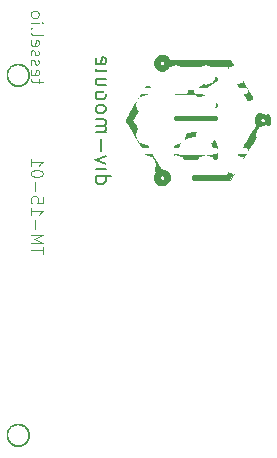
<source format=gbr>
%FSLAX46Y46*%
G04 Gerber Fmt 4.6, Leading zero omitted, Abs format (unit mm)*
G04 Created by KiCad (PCBNEW (2014-08-29 BZR 5106)-product) date Fri 17 Oct 2014 03:49:03 PM PDT*
%MOMM*%
G01*
G04 APERTURE LIST*
%ADD10C,0.100000*%
%ADD11C,0.177800*%
%ADD12C,0.406400*%
%ADD13C,0.101600*%
%ADD14C,0.150000*%
%ADD15C,1.676400*%
%ADD16R,2.184400X2.184400*%
%ADD17O,2.184400X2.184400*%
%ADD18C,0.254000*%
G04 APERTURE END LIST*
D10*
D11*
X110042476Y-102537381D02*
X111312476Y-102537381D01*
X110102952Y-102537381D02*
X110042476Y-102658334D01*
X110042476Y-102900238D01*
X110102952Y-103021191D01*
X110163429Y-103081667D01*
X110284381Y-103142143D01*
X110647238Y-103142143D01*
X110768190Y-103081667D01*
X110828667Y-103021191D01*
X110889143Y-102900238D01*
X110889143Y-102658334D01*
X110828667Y-102537381D01*
X110042476Y-101932619D02*
X110889143Y-101932619D01*
X111312476Y-101932619D02*
X111252000Y-101993095D01*
X111191524Y-101932619D01*
X111252000Y-101872143D01*
X111312476Y-101932619D01*
X111191524Y-101932619D01*
X110889143Y-101448809D02*
X110042476Y-101146428D01*
X110889143Y-100844048D02*
X110042476Y-101146428D01*
X109740095Y-101267381D01*
X109679619Y-101327857D01*
X109619143Y-101448809D01*
X110526286Y-100360238D02*
X110526286Y-99392619D01*
X110042476Y-98787857D02*
X110889143Y-98787857D01*
X110768190Y-98787857D02*
X110828667Y-98727381D01*
X110889143Y-98606428D01*
X110889143Y-98425000D01*
X110828667Y-98304048D01*
X110707714Y-98243571D01*
X110042476Y-98243571D01*
X110707714Y-98243571D02*
X110828667Y-98183095D01*
X110889143Y-98062143D01*
X110889143Y-97880714D01*
X110828667Y-97759762D01*
X110707714Y-97699286D01*
X110042476Y-97699286D01*
X110042476Y-96913095D02*
X110102952Y-97034048D01*
X110163429Y-97094524D01*
X110284381Y-97155000D01*
X110647238Y-97155000D01*
X110768190Y-97094524D01*
X110828667Y-97034048D01*
X110889143Y-96913095D01*
X110889143Y-96731667D01*
X110828667Y-96610715D01*
X110768190Y-96550238D01*
X110647238Y-96489762D01*
X110284381Y-96489762D01*
X110163429Y-96550238D01*
X110102952Y-96610715D01*
X110042476Y-96731667D01*
X110042476Y-96913095D01*
X110042476Y-95401190D02*
X111312476Y-95401190D01*
X110102952Y-95401190D02*
X110042476Y-95522143D01*
X110042476Y-95764047D01*
X110102952Y-95885000D01*
X110163429Y-95945476D01*
X110284381Y-96005952D01*
X110647238Y-96005952D01*
X110768190Y-95945476D01*
X110828667Y-95885000D01*
X110889143Y-95764047D01*
X110889143Y-95522143D01*
X110828667Y-95401190D01*
X110889143Y-94252142D02*
X110042476Y-94252142D01*
X110889143Y-94796428D02*
X110223905Y-94796428D01*
X110102952Y-94735952D01*
X110042476Y-94614999D01*
X110042476Y-94433571D01*
X110102952Y-94312619D01*
X110163429Y-94252142D01*
X110042476Y-93465951D02*
X110102952Y-93586904D01*
X110223905Y-93647380D01*
X111312476Y-93647380D01*
X110102952Y-92498333D02*
X110042476Y-92619285D01*
X110042476Y-92861190D01*
X110102952Y-92982142D01*
X110223905Y-93042618D01*
X110707714Y-93042618D01*
X110828667Y-92982142D01*
X110889143Y-92861190D01*
X110889143Y-92619285D01*
X110828667Y-92498333D01*
X110707714Y-92437856D01*
X110586762Y-92437856D01*
X110465810Y-93042618D01*
D12*
X116870238Y-100856143D02*
X120172238Y-100856143D01*
X120172238Y-100069952D01*
X120015000Y-99598238D01*
X119700524Y-99283762D01*
X119386048Y-99126523D01*
X118757095Y-98969285D01*
X118285381Y-98969285D01*
X117656429Y-99126523D01*
X117341952Y-99283762D01*
X117027476Y-99598238D01*
X116870238Y-100069952D01*
X116870238Y-100856143D01*
X116870238Y-97554143D02*
X120172238Y-97554143D01*
X118442619Y-95352809D02*
X116870238Y-95352809D01*
X120172238Y-96453476D02*
X118442619Y-95352809D01*
X120172238Y-94252142D01*
D13*
X105585381Y-109062762D02*
X105585381Y-108482191D01*
X104569381Y-108772476D02*
X105585381Y-108772476D01*
X104569381Y-108143524D02*
X105585381Y-108143524D01*
X104859667Y-107804858D01*
X105585381Y-107466191D01*
X104569381Y-107466191D01*
X104956429Y-106982381D02*
X104956429Y-106208286D01*
X104569381Y-105192286D02*
X104569381Y-105772857D01*
X104569381Y-105482571D02*
X105585381Y-105482571D01*
X105440238Y-105579333D01*
X105343476Y-105676095D01*
X105295095Y-105772857D01*
X105585381Y-104273048D02*
X105585381Y-104756857D01*
X105101571Y-104805238D01*
X105149952Y-104756857D01*
X105198333Y-104660095D01*
X105198333Y-104418191D01*
X105149952Y-104321429D01*
X105101571Y-104273048D01*
X105004810Y-104224667D01*
X104762905Y-104224667D01*
X104666143Y-104273048D01*
X104617762Y-104321429D01*
X104569381Y-104418191D01*
X104569381Y-104660095D01*
X104617762Y-104756857D01*
X104666143Y-104805238D01*
X104956429Y-103789238D02*
X104956429Y-103015143D01*
X105585381Y-102337809D02*
X105585381Y-102241048D01*
X105537000Y-102144286D01*
X105488619Y-102095905D01*
X105391857Y-102047524D01*
X105198333Y-101999143D01*
X104956429Y-101999143D01*
X104762905Y-102047524D01*
X104666143Y-102095905D01*
X104617762Y-102144286D01*
X104569381Y-102241048D01*
X104569381Y-102337809D01*
X104617762Y-102434571D01*
X104666143Y-102482952D01*
X104762905Y-102531333D01*
X104956429Y-102579714D01*
X105198333Y-102579714D01*
X105391857Y-102531333D01*
X105488619Y-102482952D01*
X105537000Y-102434571D01*
X105585381Y-102337809D01*
X104569381Y-101031524D02*
X104569381Y-101612095D01*
X104569381Y-101321809D02*
X105585381Y-101321809D01*
X105440238Y-101418571D01*
X105343476Y-101515333D01*
X105295095Y-101612095D01*
X105246714Y-94645238D02*
X105246714Y-94258190D01*
X105585381Y-94500095D02*
X104714524Y-94500095D01*
X104617762Y-94451714D01*
X104569381Y-94354952D01*
X104569381Y-94258190D01*
X104617762Y-93532477D02*
X104569381Y-93629239D01*
X104569381Y-93822762D01*
X104617762Y-93919524D01*
X104714524Y-93967905D01*
X105101571Y-93967905D01*
X105198333Y-93919524D01*
X105246714Y-93822762D01*
X105246714Y-93629239D01*
X105198333Y-93532477D01*
X105101571Y-93484096D01*
X105004810Y-93484096D01*
X104908048Y-93967905D01*
X104617762Y-93097048D02*
X104569381Y-93000286D01*
X104569381Y-92806762D01*
X104617762Y-92710001D01*
X104714524Y-92661620D01*
X104762905Y-92661620D01*
X104859667Y-92710001D01*
X104908048Y-92806762D01*
X104908048Y-92951905D01*
X104956429Y-93048667D01*
X105053190Y-93097048D01*
X105101571Y-93097048D01*
X105198333Y-93048667D01*
X105246714Y-92951905D01*
X105246714Y-92806762D01*
X105198333Y-92710001D01*
X104617762Y-92274572D02*
X104569381Y-92177810D01*
X104569381Y-91984286D01*
X104617762Y-91887525D01*
X104714524Y-91839144D01*
X104762905Y-91839144D01*
X104859667Y-91887525D01*
X104908048Y-91984286D01*
X104908048Y-92129429D01*
X104956429Y-92226191D01*
X105053190Y-92274572D01*
X105101571Y-92274572D01*
X105198333Y-92226191D01*
X105246714Y-92129429D01*
X105246714Y-91984286D01*
X105198333Y-91887525D01*
X104617762Y-91016668D02*
X104569381Y-91113430D01*
X104569381Y-91306953D01*
X104617762Y-91403715D01*
X104714524Y-91452096D01*
X105101571Y-91452096D01*
X105198333Y-91403715D01*
X105246714Y-91306953D01*
X105246714Y-91113430D01*
X105198333Y-91016668D01*
X105101571Y-90968287D01*
X105004810Y-90968287D01*
X104908048Y-91452096D01*
X104569381Y-90387715D02*
X104617762Y-90484477D01*
X104714524Y-90532858D01*
X105585381Y-90532858D01*
X104666143Y-90000668D02*
X104617762Y-89952287D01*
X104569381Y-90000668D01*
X104617762Y-90049049D01*
X104666143Y-90000668D01*
X104569381Y-90000668D01*
X104569381Y-89516858D02*
X105246714Y-89516858D01*
X105585381Y-89516858D02*
X105537000Y-89565239D01*
X105488619Y-89516858D01*
X105537000Y-89468477D01*
X105585381Y-89516858D01*
X105488619Y-89516858D01*
X104569381Y-88887905D02*
X104617762Y-88984667D01*
X104666143Y-89033048D01*
X104762905Y-89081429D01*
X105053190Y-89081429D01*
X105149952Y-89033048D01*
X105198333Y-88984667D01*
X105246714Y-88887905D01*
X105246714Y-88742763D01*
X105198333Y-88646001D01*
X105149952Y-88597620D01*
X105053190Y-88549239D01*
X104762905Y-88549239D01*
X104666143Y-88597620D01*
X104617762Y-88646001D01*
X104569381Y-88742763D01*
X104569381Y-88887905D01*
D14*
X104420810Y-124460000D02*
G75*
G03X104420810Y-124460000I-915810J0D01*
G74*
G01*
X104420810Y-93980000D02*
G75*
G03X104420810Y-93980000I-915810J0D01*
G74*
G01*
D10*
G36*
X115655495Y-103295043D02*
X115576285Y-103290745D01*
X115509506Y-103280005D01*
X115500150Y-103277552D01*
X115379196Y-103230634D01*
X115270649Y-103162495D01*
X115176662Y-103075153D01*
X115099384Y-102970627D01*
X115040967Y-102850931D01*
X115038657Y-102844791D01*
X115027062Y-102809430D01*
X115668039Y-102809430D01*
X115741080Y-102799144D01*
X115799818Y-102769772D01*
X115841861Y-102723545D01*
X115864819Y-102662694D01*
X115868450Y-102622350D01*
X115857268Y-102554391D01*
X115825521Y-102499175D01*
X115775907Y-102459248D01*
X115711125Y-102437158D01*
X115668375Y-102433524D01*
X115605375Y-102445082D01*
X115550798Y-102477138D01*
X115509213Y-102525088D01*
X115485188Y-102584323D01*
X115481100Y-102622350D01*
X115492687Y-102685141D01*
X115509675Y-102717729D01*
X115552575Y-102768903D01*
X115599151Y-102798228D01*
X115655356Y-102809151D01*
X115668039Y-102809430D01*
X115027062Y-102809430D01*
X115023318Y-102798014D01*
X115013801Y-102752415D01*
X115008821Y-102699190D01*
X115007090Y-102629534D01*
X115007085Y-102628700D01*
X115012392Y-102517610D01*
X115031375Y-102421063D01*
X115066320Y-102330897D01*
X115113772Y-102247737D01*
X115139322Y-102206890D01*
X115152110Y-102181207D01*
X115153913Y-102165022D01*
X115146506Y-102152670D01*
X115144284Y-102150368D01*
X115136460Y-102140612D01*
X115123485Y-102121642D01*
X115104942Y-102092746D01*
X115080415Y-102053209D01*
X115049485Y-102002320D01*
X115011737Y-101939364D01*
X114966752Y-101863628D01*
X114914115Y-101774399D01*
X114853407Y-101670965D01*
X114784212Y-101552610D01*
X114706114Y-101418624D01*
X114618694Y-101268291D01*
X114521537Y-101100899D01*
X114414224Y-100915735D01*
X114296339Y-100712085D01*
X114167465Y-100489237D01*
X114027185Y-100246476D01*
X113875082Y-99983090D01*
X113716125Y-99707700D01*
X113601396Y-99508936D01*
X113489750Y-99315605D01*
X113381883Y-99128904D01*
X113278487Y-98950028D01*
X113180255Y-98780175D01*
X113087881Y-98620541D01*
X113002058Y-98472322D01*
X112923479Y-98336716D01*
X112852838Y-98214917D01*
X112790828Y-98108124D01*
X112738141Y-98017532D01*
X112695473Y-97944338D01*
X112663515Y-97889739D01*
X112642961Y-97854931D01*
X112634973Y-97841797D01*
X112609106Y-97797212D01*
X112599940Y-97763976D01*
X112606729Y-97734981D01*
X112621383Y-97712337D01*
X112630567Y-97697669D01*
X112651630Y-97662360D01*
X112683779Y-97607779D01*
X112726216Y-97535295D01*
X112778147Y-97446278D01*
X112838775Y-97342098D01*
X112907306Y-97224124D01*
X112982944Y-97093725D01*
X113064892Y-96952271D01*
X113152355Y-96801131D01*
X113244539Y-96641676D01*
X113340646Y-96475274D01*
X113424313Y-96330286D01*
X113523236Y-96158927D01*
X113619016Y-95993274D01*
X113710847Y-95834705D01*
X113797926Y-95684597D01*
X113879449Y-95544330D01*
X113954610Y-95415280D01*
X114022605Y-95298826D01*
X114082630Y-95196347D01*
X114133881Y-95109219D01*
X114175552Y-95038821D01*
X114206840Y-94986531D01*
X114226941Y-94953727D01*
X114234578Y-94942254D01*
X114291855Y-94891818D01*
X114357405Y-94863383D01*
X114426712Y-94857159D01*
X114495263Y-94873355D01*
X114558544Y-94912181D01*
X114574055Y-94926485D01*
X114621472Y-94989964D01*
X114644859Y-95060730D01*
X114643699Y-95137057D01*
X114641089Y-95150169D01*
X114633134Y-95168386D01*
X114613072Y-95207335D01*
X114581584Y-95265806D01*
X114539355Y-95342586D01*
X114487067Y-95436464D01*
X114425404Y-95546228D01*
X114355047Y-95670667D01*
X114276682Y-95808570D01*
X114190990Y-95958724D01*
X114098654Y-96119918D01*
X114000358Y-96290941D01*
X113896785Y-96470581D01*
X113892188Y-96478541D01*
X113794686Y-96647628D01*
X113701311Y-96810056D01*
X113612820Y-96964483D01*
X113529971Y-97109566D01*
X113453520Y-97243965D01*
X113384224Y-97366337D01*
X113322840Y-97475341D01*
X113270125Y-97569635D01*
X113226837Y-97647877D01*
X113193731Y-97708726D01*
X113171565Y-97750838D01*
X113161097Y-97772874D01*
X113160357Y-97775779D01*
X113167216Y-97788903D01*
X113186012Y-97822634D01*
X113215951Y-97875596D01*
X113256242Y-97946417D01*
X113306092Y-98033722D01*
X113364708Y-98136137D01*
X113431297Y-98252288D01*
X113505068Y-98380802D01*
X113585228Y-98520304D01*
X113670983Y-98669420D01*
X113761542Y-98826777D01*
X113856112Y-98991000D01*
X113953900Y-99160715D01*
X114054114Y-99334548D01*
X114155961Y-99511126D01*
X114258649Y-99689074D01*
X114361385Y-99867019D01*
X114463376Y-100043586D01*
X114563830Y-100217401D01*
X114661954Y-100387091D01*
X114756957Y-100551281D01*
X114848044Y-100708598D01*
X114934424Y-100857667D01*
X115015305Y-100997114D01*
X115089892Y-101125566D01*
X115157395Y-101241648D01*
X115217020Y-101343987D01*
X115267975Y-101431208D01*
X115309467Y-101501938D01*
X115322349Y-101523800D01*
X115373351Y-101610745D01*
X115420529Y-101692175D01*
X115462210Y-101765124D01*
X115496723Y-101826627D01*
X115522395Y-101873720D01*
X115537552Y-101903435D01*
X115540652Y-101910809D01*
X115552840Y-101948569D01*
X115653495Y-101945165D01*
X115780928Y-101953003D01*
X115901790Y-101984078D01*
X116013583Y-102036557D01*
X116113807Y-102108605D01*
X116199963Y-102198388D01*
X116269550Y-102304071D01*
X116320069Y-102423821D01*
X116324223Y-102437330D01*
X116337482Y-102504327D01*
X116343739Y-102585742D01*
X116342995Y-102671577D01*
X116335249Y-102751832D01*
X116324228Y-102804545D01*
X116276808Y-102925926D01*
X116208361Y-103034585D01*
X116120950Y-103128380D01*
X116016640Y-103205169D01*
X115897496Y-103262811D01*
X115874800Y-103270931D01*
X115814044Y-103284972D01*
X115737845Y-103293064D01*
X115655495Y-103295043D01*
X115655495Y-103295043D01*
X115655495Y-103295043D01*
G37*
X115655495Y-103295043D02*
X115576285Y-103290745D01*
X115509506Y-103280005D01*
X115500150Y-103277552D01*
X115379196Y-103230634D01*
X115270649Y-103162495D01*
X115176662Y-103075153D01*
X115099384Y-102970627D01*
X115040967Y-102850931D01*
X115038657Y-102844791D01*
X115027062Y-102809430D01*
X115668039Y-102809430D01*
X115741080Y-102799144D01*
X115799818Y-102769772D01*
X115841861Y-102723545D01*
X115864819Y-102662694D01*
X115868450Y-102622350D01*
X115857268Y-102554391D01*
X115825521Y-102499175D01*
X115775907Y-102459248D01*
X115711125Y-102437158D01*
X115668375Y-102433524D01*
X115605375Y-102445082D01*
X115550798Y-102477138D01*
X115509213Y-102525088D01*
X115485188Y-102584323D01*
X115481100Y-102622350D01*
X115492687Y-102685141D01*
X115509675Y-102717729D01*
X115552575Y-102768903D01*
X115599151Y-102798228D01*
X115655356Y-102809151D01*
X115668039Y-102809430D01*
X115027062Y-102809430D01*
X115023318Y-102798014D01*
X115013801Y-102752415D01*
X115008821Y-102699190D01*
X115007090Y-102629534D01*
X115007085Y-102628700D01*
X115012392Y-102517610D01*
X115031375Y-102421063D01*
X115066320Y-102330897D01*
X115113772Y-102247737D01*
X115139322Y-102206890D01*
X115152110Y-102181207D01*
X115153913Y-102165022D01*
X115146506Y-102152670D01*
X115144284Y-102150368D01*
X115136460Y-102140612D01*
X115123485Y-102121642D01*
X115104942Y-102092746D01*
X115080415Y-102053209D01*
X115049485Y-102002320D01*
X115011737Y-101939364D01*
X114966752Y-101863628D01*
X114914115Y-101774399D01*
X114853407Y-101670965D01*
X114784212Y-101552610D01*
X114706114Y-101418624D01*
X114618694Y-101268291D01*
X114521537Y-101100899D01*
X114414224Y-100915735D01*
X114296339Y-100712085D01*
X114167465Y-100489237D01*
X114027185Y-100246476D01*
X113875082Y-99983090D01*
X113716125Y-99707700D01*
X113601396Y-99508936D01*
X113489750Y-99315605D01*
X113381883Y-99128904D01*
X113278487Y-98950028D01*
X113180255Y-98780175D01*
X113087881Y-98620541D01*
X113002058Y-98472322D01*
X112923479Y-98336716D01*
X112852838Y-98214917D01*
X112790828Y-98108124D01*
X112738141Y-98017532D01*
X112695473Y-97944338D01*
X112663515Y-97889739D01*
X112642961Y-97854931D01*
X112634973Y-97841797D01*
X112609106Y-97797212D01*
X112599940Y-97763976D01*
X112606729Y-97734981D01*
X112621383Y-97712337D01*
X112630567Y-97697669D01*
X112651630Y-97662360D01*
X112683779Y-97607779D01*
X112726216Y-97535295D01*
X112778147Y-97446278D01*
X112838775Y-97342098D01*
X112907306Y-97224124D01*
X112982944Y-97093725D01*
X113064892Y-96952271D01*
X113152355Y-96801131D01*
X113244539Y-96641676D01*
X113340646Y-96475274D01*
X113424313Y-96330286D01*
X113523236Y-96158927D01*
X113619016Y-95993274D01*
X113710847Y-95834705D01*
X113797926Y-95684597D01*
X113879449Y-95544330D01*
X113954610Y-95415280D01*
X114022605Y-95298826D01*
X114082630Y-95196347D01*
X114133881Y-95109219D01*
X114175552Y-95038821D01*
X114206840Y-94986531D01*
X114226941Y-94953727D01*
X114234578Y-94942254D01*
X114291855Y-94891818D01*
X114357405Y-94863383D01*
X114426712Y-94857159D01*
X114495263Y-94873355D01*
X114558544Y-94912181D01*
X114574055Y-94926485D01*
X114621472Y-94989964D01*
X114644859Y-95060730D01*
X114643699Y-95137057D01*
X114641089Y-95150169D01*
X114633134Y-95168386D01*
X114613072Y-95207335D01*
X114581584Y-95265806D01*
X114539355Y-95342586D01*
X114487067Y-95436464D01*
X114425404Y-95546228D01*
X114355047Y-95670667D01*
X114276682Y-95808570D01*
X114190990Y-95958724D01*
X114098654Y-96119918D01*
X114000358Y-96290941D01*
X113896785Y-96470581D01*
X113892188Y-96478541D01*
X113794686Y-96647628D01*
X113701311Y-96810056D01*
X113612820Y-96964483D01*
X113529971Y-97109566D01*
X113453520Y-97243965D01*
X113384224Y-97366337D01*
X113322840Y-97475341D01*
X113270125Y-97569635D01*
X113226837Y-97647877D01*
X113193731Y-97708726D01*
X113171565Y-97750838D01*
X113161097Y-97772874D01*
X113160357Y-97775779D01*
X113167216Y-97788903D01*
X113186012Y-97822634D01*
X113215951Y-97875596D01*
X113256242Y-97946417D01*
X113306092Y-98033722D01*
X113364708Y-98136137D01*
X113431297Y-98252288D01*
X113505068Y-98380802D01*
X113585228Y-98520304D01*
X113670983Y-98669420D01*
X113761542Y-98826777D01*
X113856112Y-98991000D01*
X113953900Y-99160715D01*
X114054114Y-99334548D01*
X114155961Y-99511126D01*
X114258649Y-99689074D01*
X114361385Y-99867019D01*
X114463376Y-100043586D01*
X114563830Y-100217401D01*
X114661954Y-100387091D01*
X114756957Y-100551281D01*
X114848044Y-100708598D01*
X114934424Y-100857667D01*
X115015305Y-100997114D01*
X115089892Y-101125566D01*
X115157395Y-101241648D01*
X115217020Y-101343987D01*
X115267975Y-101431208D01*
X115309467Y-101501938D01*
X115322349Y-101523800D01*
X115373351Y-101610745D01*
X115420529Y-101692175D01*
X115462210Y-101765124D01*
X115496723Y-101826627D01*
X115522395Y-101873720D01*
X115537552Y-101903435D01*
X115540652Y-101910809D01*
X115552840Y-101948569D01*
X115653495Y-101945165D01*
X115780928Y-101953003D01*
X115901790Y-101984078D01*
X116013583Y-102036557D01*
X116113807Y-102108605D01*
X116199963Y-102198388D01*
X116269550Y-102304071D01*
X116320069Y-102423821D01*
X116324223Y-102437330D01*
X116337482Y-102504327D01*
X116343739Y-102585742D01*
X116342995Y-102671577D01*
X116335249Y-102751832D01*
X116324228Y-102804545D01*
X116276808Y-102925926D01*
X116208361Y-103034585D01*
X116120950Y-103128380D01*
X116016640Y-103205169D01*
X115897496Y-103262811D01*
X115874800Y-103270931D01*
X115814044Y-103284972D01*
X115737845Y-103293064D01*
X115655495Y-103295043D01*
X115655495Y-103295043D01*
G36*
X123012226Y-96087425D02*
X122944734Y-96068959D01*
X122883254Y-96028586D01*
X122877713Y-96023404D01*
X122866456Y-96007969D01*
X122843046Y-95972022D01*
X122808290Y-95916893D01*
X122762997Y-95843913D01*
X122707976Y-95754413D01*
X122644035Y-95649724D01*
X122571983Y-95531176D01*
X122492629Y-95400101D01*
X122406780Y-95257829D01*
X122315246Y-95105691D01*
X122218834Y-94945019D01*
X122118354Y-94777142D01*
X122014614Y-94603391D01*
X121995063Y-94570598D01*
X121151650Y-93155629D01*
X118764050Y-93153798D01*
X118519278Y-93153565D01*
X118281096Y-93153249D01*
X118050764Y-93152855D01*
X117829546Y-93152389D01*
X117618702Y-93151856D01*
X117419495Y-93151263D01*
X117233187Y-93150613D01*
X117061038Y-93149914D01*
X116904312Y-93149170D01*
X116764269Y-93148387D01*
X116642171Y-93147570D01*
X116539281Y-93146725D01*
X116456860Y-93145858D01*
X116396170Y-93144974D01*
X116358472Y-93144078D01*
X116345220Y-93143259D01*
X116328277Y-93140746D01*
X116314571Y-93147193D01*
X116300047Y-93166916D01*
X116280651Y-93204233D01*
X116272931Y-93220224D01*
X116216508Y-93311727D01*
X116149431Y-93388340D01*
X116047939Y-93473402D01*
X115937331Y-93534778D01*
X115817752Y-93572405D01*
X115689346Y-93586224D01*
X115678780Y-93586300D01*
X115549561Y-93574399D01*
X115428998Y-93540050D01*
X115319257Y-93485281D01*
X115222500Y-93412119D01*
X115140893Y-93322593D01*
X115076599Y-93218731D01*
X115031782Y-93102561D01*
X115031018Y-93098392D01*
X115708711Y-93098392D01*
X115764662Y-93080556D01*
X115811921Y-93047524D01*
X115847160Y-93002462D01*
X115867051Y-92948537D01*
X115868266Y-92888916D01*
X115847479Y-92826767D01*
X115846879Y-92825637D01*
X115804261Y-92770129D01*
X115747570Y-92735630D01*
X115677957Y-92722815D01*
X115671799Y-92722747D01*
X115605626Y-92733972D01*
X115550903Y-92764571D01*
X115510285Y-92810105D01*
X115486428Y-92866138D01*
X115481989Y-92928232D01*
X115499624Y-92991948D01*
X115504663Y-93001981D01*
X115534892Y-93039831D01*
X115578544Y-93072746D01*
X115584038Y-93075805D01*
X115647393Y-93097864D01*
X115708711Y-93098392D01*
X115031018Y-93098392D01*
X115008607Y-92976111D01*
X115007161Y-92956879D01*
X115004879Y-92903292D01*
X115004577Y-92854841D01*
X115006287Y-92820963D01*
X115006685Y-92817950D01*
X115037868Y-92692091D01*
X115090853Y-92575967D01*
X115163360Y-92472231D01*
X115253105Y-92383533D01*
X115357806Y-92312526D01*
X115475182Y-92261861D01*
X115488932Y-92257595D01*
X115563060Y-92242488D01*
X115649326Y-92235800D01*
X115737820Y-92237507D01*
X115818631Y-92247583D01*
X115862100Y-92258530D01*
X115974748Y-92304641D01*
X116073896Y-92364092D01*
X116134136Y-92413850D01*
X116172273Y-92454699D01*
X116212289Y-92504556D01*
X116249687Y-92557004D01*
X116279973Y-92605630D01*
X116298649Y-92644018D01*
X116301242Y-92652281D01*
X116307759Y-92678250D01*
X118863421Y-92674953D01*
X121419082Y-92671656D01*
X122326766Y-94191682D01*
X122434750Y-94372589D01*
X122539297Y-94547887D01*
X122639650Y-94716300D01*
X122735053Y-94876550D01*
X122824748Y-95027362D01*
X122907979Y-95167459D01*
X122983989Y-95295565D01*
X123052020Y-95410404D01*
X123111316Y-95510698D01*
X123161120Y-95595172D01*
X123200675Y-95662550D01*
X123229224Y-95711554D01*
X123246009Y-95740909D01*
X123250325Y-95749012D01*
X123261586Y-95793235D01*
X123265613Y-95848592D01*
X123262512Y-95904242D01*
X123252390Y-95949342D01*
X123248284Y-95958655D01*
X123203760Y-96019600D01*
X123146441Y-96061924D01*
X123081029Y-96084806D01*
X123012226Y-96087425D01*
X123012226Y-96087425D01*
X123012226Y-96087425D01*
G37*
X123012226Y-96087425D02*
X122944734Y-96068959D01*
X122883254Y-96028586D01*
X122877713Y-96023404D01*
X122866456Y-96007969D01*
X122843046Y-95972022D01*
X122808290Y-95916893D01*
X122762997Y-95843913D01*
X122707976Y-95754413D01*
X122644035Y-95649724D01*
X122571983Y-95531176D01*
X122492629Y-95400101D01*
X122406780Y-95257829D01*
X122315246Y-95105691D01*
X122218834Y-94945019D01*
X122118354Y-94777142D01*
X122014614Y-94603391D01*
X121995063Y-94570598D01*
X121151650Y-93155629D01*
X118764050Y-93153798D01*
X118519278Y-93153565D01*
X118281096Y-93153249D01*
X118050764Y-93152855D01*
X117829546Y-93152389D01*
X117618702Y-93151856D01*
X117419495Y-93151263D01*
X117233187Y-93150613D01*
X117061038Y-93149914D01*
X116904312Y-93149170D01*
X116764269Y-93148387D01*
X116642171Y-93147570D01*
X116539281Y-93146725D01*
X116456860Y-93145858D01*
X116396170Y-93144974D01*
X116358472Y-93144078D01*
X116345220Y-93143259D01*
X116328277Y-93140746D01*
X116314571Y-93147193D01*
X116300047Y-93166916D01*
X116280651Y-93204233D01*
X116272931Y-93220224D01*
X116216508Y-93311727D01*
X116149431Y-93388340D01*
X116047939Y-93473402D01*
X115937331Y-93534778D01*
X115817752Y-93572405D01*
X115689346Y-93586224D01*
X115678780Y-93586300D01*
X115549561Y-93574399D01*
X115428998Y-93540050D01*
X115319257Y-93485281D01*
X115222500Y-93412119D01*
X115140893Y-93322593D01*
X115076599Y-93218731D01*
X115031782Y-93102561D01*
X115031018Y-93098392D01*
X115708711Y-93098392D01*
X115764662Y-93080556D01*
X115811921Y-93047524D01*
X115847160Y-93002462D01*
X115867051Y-92948537D01*
X115868266Y-92888916D01*
X115847479Y-92826767D01*
X115846879Y-92825637D01*
X115804261Y-92770129D01*
X115747570Y-92735630D01*
X115677957Y-92722815D01*
X115671799Y-92722747D01*
X115605626Y-92733972D01*
X115550903Y-92764571D01*
X115510285Y-92810105D01*
X115486428Y-92866138D01*
X115481989Y-92928232D01*
X115499624Y-92991948D01*
X115504663Y-93001981D01*
X115534892Y-93039831D01*
X115578544Y-93072746D01*
X115584038Y-93075805D01*
X115647393Y-93097864D01*
X115708711Y-93098392D01*
X115031018Y-93098392D01*
X115008607Y-92976111D01*
X115007161Y-92956879D01*
X115004879Y-92903292D01*
X115004577Y-92854841D01*
X115006287Y-92820963D01*
X115006685Y-92817950D01*
X115037868Y-92692091D01*
X115090853Y-92575967D01*
X115163360Y-92472231D01*
X115253105Y-92383533D01*
X115357806Y-92312526D01*
X115475182Y-92261861D01*
X115488932Y-92257595D01*
X115563060Y-92242488D01*
X115649326Y-92235800D01*
X115737820Y-92237507D01*
X115818631Y-92247583D01*
X115862100Y-92258530D01*
X115974748Y-92304641D01*
X116073896Y-92364092D01*
X116134136Y-92413850D01*
X116172273Y-92454699D01*
X116212289Y-92504556D01*
X116249687Y-92557004D01*
X116279973Y-92605630D01*
X116298649Y-92644018D01*
X116301242Y-92652281D01*
X116307759Y-92678250D01*
X118863421Y-92674953D01*
X121419082Y-92671656D01*
X122326766Y-94191682D01*
X122434750Y-94372589D01*
X122539297Y-94547887D01*
X122639650Y-94716300D01*
X122735053Y-94876550D01*
X122824748Y-95027362D01*
X122907979Y-95167459D01*
X122983989Y-95295565D01*
X123052020Y-95410404D01*
X123111316Y-95510698D01*
X123161120Y-95595172D01*
X123200675Y-95662550D01*
X123229224Y-95711554D01*
X123246009Y-95740909D01*
X123250325Y-95749012D01*
X123261586Y-95793235D01*
X123265613Y-95848592D01*
X123262512Y-95904242D01*
X123252390Y-95949342D01*
X123248284Y-95958655D01*
X123203760Y-96019600D01*
X123146441Y-96061924D01*
X123081029Y-96084806D01*
X123012226Y-96087425D01*
X123012226Y-96087425D01*
G36*
X118370350Y-102863650D02*
X118322454Y-102833871D01*
X118263633Y-102788090D01*
X118226017Y-102734622D01*
X118206136Y-102667627D01*
X118202040Y-102631375D01*
X118199557Y-102584412D01*
X118202086Y-102552972D01*
X118212151Y-102527297D01*
X118232277Y-102497633D01*
X118238933Y-102488773D01*
X118273575Y-102450775D01*
X118313375Y-102418054D01*
X118332504Y-102406450D01*
X118340952Y-102402461D01*
X118350486Y-102398907D01*
X118362563Y-102395760D01*
X118378639Y-102392989D01*
X118400171Y-102390565D01*
X118428614Y-102388459D01*
X118465427Y-102386641D01*
X118512066Y-102385082D01*
X118569987Y-102383752D01*
X118640646Y-102382622D01*
X118725501Y-102381662D01*
X118826008Y-102380843D01*
X118943624Y-102380135D01*
X119079805Y-102379509D01*
X119236008Y-102378936D01*
X119413689Y-102378385D01*
X119614306Y-102377828D01*
X119767350Y-102377423D01*
X121151650Y-102373797D01*
X122364500Y-100340062D01*
X122489694Y-100130209D01*
X122611752Y-99925756D01*
X122730010Y-99727811D01*
X122843802Y-99537483D01*
X122952463Y-99355882D01*
X123055326Y-99184114D01*
X123151727Y-99023290D01*
X123240999Y-98874517D01*
X123322478Y-98738904D01*
X123395497Y-98617561D01*
X123459391Y-98511594D01*
X123513495Y-98422114D01*
X123557143Y-98350229D01*
X123589669Y-98297046D01*
X123610408Y-98263676D01*
X123618130Y-98251903D01*
X123658909Y-98197479D01*
X123616163Y-98133958D01*
X123565516Y-98043283D01*
X123535480Y-97953985D01*
X124167340Y-97953985D01*
X124225494Y-97949275D01*
X124279782Y-97928959D01*
X124325629Y-97894173D01*
X124358458Y-97846051D01*
X124373696Y-97785728D01*
X124374211Y-97774177D01*
X124364527Y-97707550D01*
X124336232Y-97653036D01*
X124293734Y-97612012D01*
X124241443Y-97585858D01*
X124183768Y-97575953D01*
X124125119Y-97583675D01*
X124069904Y-97610403D01*
X124022533Y-97657516D01*
X124018675Y-97662993D01*
X123995472Y-97717558D01*
X123990567Y-97780034D01*
X124004121Y-97840556D01*
X124015432Y-97863141D01*
X124057734Y-97912052D01*
X124109895Y-97941956D01*
X124167340Y-97953985D01*
X123535480Y-97953985D01*
X123532894Y-97946298D01*
X123516705Y-97837236D01*
X123514216Y-97764600D01*
X123523155Y-97637092D01*
X123551066Y-97524143D01*
X123599616Y-97421718D01*
X123670470Y-97325783D01*
X123714836Y-97278935D01*
X123814412Y-97197372D01*
X123924009Y-97139065D01*
X124044066Y-97103839D01*
X124175020Y-97091518D01*
X124180601Y-97091499D01*
X124312285Y-97102960D01*
X124433192Y-97137405D01*
X124543557Y-97194932D01*
X124643616Y-97275639D01*
X124655082Y-97287029D01*
X124737272Y-97387297D01*
X124797720Y-97497215D01*
X124836412Y-97613768D01*
X124853334Y-97733944D01*
X124848469Y-97854729D01*
X124821804Y-97973110D01*
X124773324Y-98086073D01*
X124703013Y-98190606D01*
X124659761Y-98238674D01*
X124567455Y-98319881D01*
X124471072Y-98379056D01*
X124366215Y-98418001D01*
X124248487Y-98438517D01*
X124161550Y-98442839D01*
X124103522Y-98443791D01*
X124066150Y-98445956D01*
X124044692Y-98450297D01*
X124034407Y-98457777D01*
X124030553Y-98469359D01*
X124030539Y-98469450D01*
X124023717Y-98482724D01*
X124004473Y-98516747D01*
X123973424Y-98570472D01*
X123931192Y-98642853D01*
X123878396Y-98732842D01*
X123815656Y-98839395D01*
X123743592Y-98961463D01*
X123662823Y-99098001D01*
X123573969Y-99247962D01*
X123477650Y-99410299D01*
X123374487Y-99583966D01*
X123265098Y-99767916D01*
X123150104Y-99961103D01*
X123030124Y-100162481D01*
X122905778Y-100371002D01*
X122777687Y-100585620D01*
X122721771Y-100679250D01*
X121417016Y-102863650D01*
X119893683Y-102863650D01*
X118370350Y-102863650D01*
X118370350Y-102863650D01*
X118370350Y-102863650D01*
G37*
X118370350Y-102863650D02*
X118322454Y-102833871D01*
X118263633Y-102788090D01*
X118226017Y-102734622D01*
X118206136Y-102667627D01*
X118202040Y-102631375D01*
X118199557Y-102584412D01*
X118202086Y-102552972D01*
X118212151Y-102527297D01*
X118232277Y-102497633D01*
X118238933Y-102488773D01*
X118273575Y-102450775D01*
X118313375Y-102418054D01*
X118332504Y-102406450D01*
X118340952Y-102402461D01*
X118350486Y-102398907D01*
X118362563Y-102395760D01*
X118378639Y-102392989D01*
X118400171Y-102390565D01*
X118428614Y-102388459D01*
X118465427Y-102386641D01*
X118512066Y-102385082D01*
X118569987Y-102383752D01*
X118640646Y-102382622D01*
X118725501Y-102381662D01*
X118826008Y-102380843D01*
X118943624Y-102380135D01*
X119079805Y-102379509D01*
X119236008Y-102378936D01*
X119413689Y-102378385D01*
X119614306Y-102377828D01*
X119767350Y-102377423D01*
X121151650Y-102373797D01*
X122364500Y-100340062D01*
X122489694Y-100130209D01*
X122611752Y-99925756D01*
X122730010Y-99727811D01*
X122843802Y-99537483D01*
X122952463Y-99355882D01*
X123055326Y-99184114D01*
X123151727Y-99023290D01*
X123240999Y-98874517D01*
X123322478Y-98738904D01*
X123395497Y-98617561D01*
X123459391Y-98511594D01*
X123513495Y-98422114D01*
X123557143Y-98350229D01*
X123589669Y-98297046D01*
X123610408Y-98263676D01*
X123618130Y-98251903D01*
X123658909Y-98197479D01*
X123616163Y-98133958D01*
X123565516Y-98043283D01*
X123535480Y-97953985D01*
X124167340Y-97953985D01*
X124225494Y-97949275D01*
X124279782Y-97928959D01*
X124325629Y-97894173D01*
X124358458Y-97846051D01*
X124373696Y-97785728D01*
X124374211Y-97774177D01*
X124364527Y-97707550D01*
X124336232Y-97653036D01*
X124293734Y-97612012D01*
X124241443Y-97585858D01*
X124183768Y-97575953D01*
X124125119Y-97583675D01*
X124069904Y-97610403D01*
X124022533Y-97657516D01*
X124018675Y-97662993D01*
X123995472Y-97717558D01*
X123990567Y-97780034D01*
X124004121Y-97840556D01*
X124015432Y-97863141D01*
X124057734Y-97912052D01*
X124109895Y-97941956D01*
X124167340Y-97953985D01*
X123535480Y-97953985D01*
X123532894Y-97946298D01*
X123516705Y-97837236D01*
X123514216Y-97764600D01*
X123523155Y-97637092D01*
X123551066Y-97524143D01*
X123599616Y-97421718D01*
X123670470Y-97325783D01*
X123714836Y-97278935D01*
X123814412Y-97197372D01*
X123924009Y-97139065D01*
X124044066Y-97103839D01*
X124175020Y-97091518D01*
X124180601Y-97091499D01*
X124312285Y-97102960D01*
X124433192Y-97137405D01*
X124543557Y-97194932D01*
X124643616Y-97275639D01*
X124655082Y-97287029D01*
X124737272Y-97387297D01*
X124797720Y-97497215D01*
X124836412Y-97613768D01*
X124853334Y-97733944D01*
X124848469Y-97854729D01*
X124821804Y-97973110D01*
X124773324Y-98086073D01*
X124703013Y-98190606D01*
X124659761Y-98238674D01*
X124567455Y-98319881D01*
X124471072Y-98379056D01*
X124366215Y-98418001D01*
X124248487Y-98438517D01*
X124161550Y-98442839D01*
X124103522Y-98443791D01*
X124066150Y-98445956D01*
X124044692Y-98450297D01*
X124034407Y-98457777D01*
X124030553Y-98469359D01*
X124030539Y-98469450D01*
X124023717Y-98482724D01*
X124004473Y-98516747D01*
X123973424Y-98570472D01*
X123931192Y-98642853D01*
X123878396Y-98732842D01*
X123815656Y-98839395D01*
X123743592Y-98961463D01*
X123662823Y-99098001D01*
X123573969Y-99247962D01*
X123477650Y-99410299D01*
X123374487Y-99583966D01*
X123265098Y-99767916D01*
X123150104Y-99961103D01*
X123030124Y-100162481D01*
X122905778Y-100371002D01*
X122777687Y-100585620D01*
X122721771Y-100679250D01*
X121417016Y-102863650D01*
X119893683Y-102863650D01*
X118370350Y-102863650D01*
X118370350Y-102863650D01*
%LPC*%
D15*
X103505000Y-124460000D03*
X103505000Y-121920000D03*
X103505000Y-119380000D03*
X103505000Y-116840000D03*
X103505000Y-114300000D03*
X103505000Y-111760000D03*
X103505000Y-109220000D03*
X103505000Y-106680000D03*
X103505000Y-104140000D03*
X103505000Y-101600000D03*
X103505000Y-93980000D03*
X103505000Y-91440000D03*
X103505000Y-88900000D03*
X103505000Y-86360000D03*
X103505000Y-83820000D03*
X103505000Y-81280000D03*
X103505000Y-78740000D03*
X103505000Y-76200000D03*
X103505000Y-73660000D03*
X103505000Y-71120000D03*
X111760000Y-124460000D03*
X111760000Y-121920000D03*
X111760000Y-119380000D03*
X111760000Y-116840000D03*
X111760000Y-114300000D03*
X111760000Y-111760000D03*
X111760000Y-109220000D03*
X111760000Y-106680000D03*
X111760000Y-104140000D03*
X111760000Y-101600000D03*
X111760000Y-99060000D03*
X111760000Y-96520000D03*
X111760000Y-93980000D03*
X111760000Y-91440000D03*
X111760000Y-88900000D03*
X111760000Y-86360000D03*
X111760000Y-83820000D03*
X111760000Y-81280000D03*
X111760000Y-78740000D03*
X111760000Y-76200000D03*
X111760000Y-73660000D03*
X111760000Y-71120000D03*
X114300000Y-124460000D03*
X114300000Y-121920000D03*
X114300000Y-119380000D03*
X114300000Y-116840000D03*
X114300000Y-114300000D03*
X114300000Y-111760000D03*
X114300000Y-109220000D03*
X114300000Y-106680000D03*
X114300000Y-104140000D03*
X114300000Y-101600000D03*
X114300000Y-99060000D03*
X114300000Y-96520000D03*
X114300000Y-93980000D03*
X114300000Y-91440000D03*
X114300000Y-88900000D03*
X114300000Y-86360000D03*
X114300000Y-83820000D03*
X114300000Y-81280000D03*
X114300000Y-78740000D03*
X114300000Y-76200000D03*
X114300000Y-73660000D03*
X114300000Y-71120000D03*
X109220000Y-124460000D03*
X109220000Y-121920000D03*
X109220000Y-119380000D03*
X109220000Y-116840000D03*
X109220000Y-114300000D03*
X109220000Y-111760000D03*
X109220000Y-109220000D03*
X109220000Y-106680000D03*
X109220000Y-104140000D03*
X109220000Y-101600000D03*
X109220000Y-99060000D03*
X109220000Y-96520000D03*
X109220000Y-93980000D03*
X109220000Y-91440000D03*
X109220000Y-88900000D03*
X109220000Y-86360000D03*
X109220000Y-83820000D03*
X109220000Y-81280000D03*
X109220000Y-78740000D03*
X109220000Y-76200000D03*
X109220000Y-73660000D03*
X109220000Y-71120000D03*
X116840000Y-124460000D03*
X116840000Y-121920000D03*
X116840000Y-119380000D03*
X116840000Y-116840000D03*
X116840000Y-114300000D03*
X116840000Y-111760000D03*
X116840000Y-109220000D03*
X116840000Y-106680000D03*
X116840000Y-104140000D03*
X116840000Y-101600000D03*
X116840000Y-99060000D03*
X116840000Y-96520000D03*
X116840000Y-93980000D03*
X116840000Y-91440000D03*
X116840000Y-88900000D03*
X116840000Y-86360000D03*
X116840000Y-83820000D03*
X116840000Y-81280000D03*
X116840000Y-78740000D03*
X116840000Y-76200000D03*
X116840000Y-73660000D03*
X116840000Y-71120000D03*
X119380000Y-124460000D03*
X119380000Y-121920000D03*
X119380000Y-119380000D03*
X119380000Y-116840000D03*
X119380000Y-114300000D03*
X119380000Y-111760000D03*
X119380000Y-109220000D03*
X119380000Y-106680000D03*
X119380000Y-104140000D03*
X119380000Y-101600000D03*
X119380000Y-99060000D03*
X119380000Y-96520000D03*
X119380000Y-93980000D03*
X119380000Y-91440000D03*
X119380000Y-88900000D03*
X119380000Y-86360000D03*
X119380000Y-83820000D03*
X119380000Y-81280000D03*
X119380000Y-78740000D03*
X119380000Y-76200000D03*
X119380000Y-73660000D03*
X119380000Y-71120000D03*
X107950000Y-124460000D03*
X107950000Y-121920000D03*
X107950000Y-119380000D03*
X107950000Y-116840000D03*
X107950000Y-114300000D03*
X107950000Y-111760000D03*
X107950000Y-109220000D03*
X107950000Y-106680000D03*
X107950000Y-104140000D03*
X107950000Y-101600000D03*
X107950000Y-99060000D03*
X107950000Y-96520000D03*
X107950000Y-93980000D03*
X107950000Y-91440000D03*
X107950000Y-88900000D03*
X107950000Y-86360000D03*
X107950000Y-83820000D03*
X107950000Y-81280000D03*
X107950000Y-78740000D03*
X107950000Y-76200000D03*
X107950000Y-73660000D03*
X107950000Y-71120000D03*
X121920000Y-124460000D03*
X121920000Y-121920000D03*
X121920000Y-119380000D03*
X121920000Y-116840000D03*
X121920000Y-114300000D03*
X121920000Y-111760000D03*
X121920000Y-109220000D03*
X121920000Y-106680000D03*
X121920000Y-104140000D03*
X121920000Y-101600000D03*
X121920000Y-99060000D03*
X121920000Y-96520000D03*
X121920000Y-93980000D03*
X121920000Y-91440000D03*
X121920000Y-88900000D03*
X121920000Y-86360000D03*
X121920000Y-83820000D03*
X121920000Y-81280000D03*
X121920000Y-78740000D03*
X121920000Y-76200000D03*
X121920000Y-73660000D03*
X121920000Y-71120000D03*
X124460000Y-124460000D03*
X124460000Y-121920000D03*
X124460000Y-119380000D03*
X124460000Y-116840000D03*
X124460000Y-114300000D03*
X124460000Y-111760000D03*
X124460000Y-109220000D03*
X124460000Y-106680000D03*
X124460000Y-104140000D03*
X124460000Y-101600000D03*
X124460000Y-99060000D03*
X124460000Y-96520000D03*
X124460000Y-93980000D03*
X124460000Y-91440000D03*
X124460000Y-88900000D03*
X124460000Y-86360000D03*
X124460000Y-83820000D03*
X124460000Y-81280000D03*
X124460000Y-78740000D03*
X124460000Y-76200000D03*
X124460000Y-73660000D03*
X124460000Y-71120000D03*
X106680000Y-124460000D03*
X106680000Y-121920000D03*
X106680000Y-119380000D03*
X106680000Y-116840000D03*
X106680000Y-114300000D03*
X106680000Y-111760000D03*
X106680000Y-109220000D03*
X106680000Y-106680000D03*
X106680000Y-104140000D03*
X106680000Y-101600000D03*
X106680000Y-99060000D03*
X106680000Y-96520000D03*
X106680000Y-93980000D03*
X106680000Y-91440000D03*
X106680000Y-88900000D03*
X106680000Y-86360000D03*
X106680000Y-83820000D03*
X106680000Y-81280000D03*
X106680000Y-78740000D03*
X106680000Y-76200000D03*
X106680000Y-73660000D03*
X106680000Y-71120000D03*
X127000000Y-124460000D03*
X127000000Y-121920000D03*
X127000000Y-119380000D03*
X127000000Y-116840000D03*
X127000000Y-114300000D03*
X127000000Y-111760000D03*
X127000000Y-109220000D03*
X127000000Y-106680000D03*
X127000000Y-104140000D03*
X127000000Y-101600000D03*
X127000000Y-99060000D03*
X127000000Y-96520000D03*
X127000000Y-93980000D03*
X127000000Y-91440000D03*
X127000000Y-88900000D03*
X127000000Y-86360000D03*
X127000000Y-83820000D03*
X127000000Y-81280000D03*
X127000000Y-78740000D03*
X127000000Y-76200000D03*
X127000000Y-73660000D03*
X127000000Y-71120000D03*
X129540000Y-124460000D03*
X129540000Y-121920000D03*
X129540000Y-119380000D03*
X129540000Y-116840000D03*
X129540000Y-114300000D03*
X129540000Y-111760000D03*
X129540000Y-109220000D03*
X129540000Y-106680000D03*
X129540000Y-104140000D03*
X129540000Y-101600000D03*
X129540000Y-99060000D03*
X129540000Y-96520000D03*
X129540000Y-93980000D03*
X129540000Y-91440000D03*
X129540000Y-88900000D03*
X129540000Y-86360000D03*
X129540000Y-83820000D03*
X129540000Y-81280000D03*
X129540000Y-78740000D03*
X129540000Y-76200000D03*
X129540000Y-73660000D03*
X129540000Y-71120000D03*
X132080000Y-124460000D03*
X132080000Y-121920000D03*
X132080000Y-119380000D03*
X132080000Y-116840000D03*
X132080000Y-114300000D03*
X132080000Y-111760000D03*
X132080000Y-109220000D03*
X132080000Y-106680000D03*
X132080000Y-104140000D03*
X132080000Y-101600000D03*
X132080000Y-99060000D03*
X132080000Y-96520000D03*
X132080000Y-93980000D03*
X132080000Y-91440000D03*
X132080000Y-88900000D03*
X132080000Y-86360000D03*
X132080000Y-83820000D03*
X132080000Y-81280000D03*
X132080000Y-78740000D03*
X132080000Y-76200000D03*
X132080000Y-73660000D03*
X132080000Y-71120000D03*
X134620000Y-124460000D03*
X134620000Y-121920000D03*
X134620000Y-119380000D03*
X134620000Y-116840000D03*
X134620000Y-114300000D03*
X134620000Y-111760000D03*
X134620000Y-109220000D03*
X134620000Y-106680000D03*
X134620000Y-104140000D03*
X134620000Y-101600000D03*
X134620000Y-99060000D03*
X134620000Y-96520000D03*
X134620000Y-93980000D03*
X134620000Y-91440000D03*
X134620000Y-88900000D03*
X134620000Y-86360000D03*
X134620000Y-83820000D03*
X134620000Y-81280000D03*
X134620000Y-78740000D03*
X134620000Y-76200000D03*
X134620000Y-73660000D03*
X134620000Y-71120000D03*
X137160000Y-124460000D03*
X137160000Y-121920000D03*
X137160000Y-119380000D03*
X137160000Y-116840000D03*
X137160000Y-114300000D03*
X137160000Y-111760000D03*
X137160000Y-109220000D03*
X137160000Y-106680000D03*
X137160000Y-104140000D03*
X137160000Y-101600000D03*
X137160000Y-99060000D03*
X137160000Y-96520000D03*
X137160000Y-93980000D03*
X137160000Y-91440000D03*
X137160000Y-88900000D03*
X137160000Y-86360000D03*
X137160000Y-83820000D03*
X137160000Y-81280000D03*
X137160000Y-78740000D03*
X137160000Y-76200000D03*
X137160000Y-73660000D03*
X137160000Y-71120000D03*
X139700000Y-124460000D03*
X139700000Y-121920000D03*
X139700000Y-119380000D03*
X139700000Y-116840000D03*
X139700000Y-114300000D03*
X139700000Y-111760000D03*
X139700000Y-109220000D03*
X139700000Y-106680000D03*
X139700000Y-104140000D03*
X139700000Y-101600000D03*
X139700000Y-99060000D03*
X139700000Y-96520000D03*
X139700000Y-93980000D03*
X139700000Y-91440000D03*
X139700000Y-88900000D03*
X139700000Y-86360000D03*
X139700000Y-83820000D03*
X139700000Y-81280000D03*
X139700000Y-78740000D03*
X139700000Y-76200000D03*
X139700000Y-73660000D03*
X139700000Y-71120000D03*
X142240000Y-124460000D03*
X142240000Y-121920000D03*
X142240000Y-119380000D03*
X142240000Y-116840000D03*
X142240000Y-114300000D03*
X142240000Y-111760000D03*
X142240000Y-109220000D03*
X142240000Y-106680000D03*
X142240000Y-104140000D03*
X142240000Y-101600000D03*
X142240000Y-99060000D03*
X142240000Y-96520000D03*
X142240000Y-93980000D03*
X142240000Y-91440000D03*
X142240000Y-88900000D03*
X142240000Y-86360000D03*
X142240000Y-83820000D03*
X142240000Y-81280000D03*
X142240000Y-78740000D03*
X142240000Y-76200000D03*
X142240000Y-73660000D03*
X142240000Y-71120000D03*
X144780000Y-124460000D03*
X144780000Y-121920000D03*
X144780000Y-119380000D03*
X144780000Y-116840000D03*
X144780000Y-114300000D03*
X144780000Y-111760000D03*
X144780000Y-109220000D03*
X144780000Y-106680000D03*
X144780000Y-104140000D03*
X144780000Y-101600000D03*
X144780000Y-99060000D03*
X144780000Y-96520000D03*
X144780000Y-93980000D03*
X144780000Y-91440000D03*
X144780000Y-88900000D03*
X144780000Y-86360000D03*
X144780000Y-83820000D03*
X144780000Y-81280000D03*
X144780000Y-78740000D03*
X144780000Y-76200000D03*
X144780000Y-73660000D03*
X144780000Y-71120000D03*
X147320000Y-124460000D03*
X147320000Y-121920000D03*
X147320000Y-119380000D03*
X147320000Y-116840000D03*
X147320000Y-114300000D03*
X147320000Y-111760000D03*
X147320000Y-109220000D03*
X147320000Y-106680000D03*
X147320000Y-104140000D03*
X147320000Y-101600000D03*
X147320000Y-99060000D03*
X147320000Y-96520000D03*
X147320000Y-93980000D03*
X147320000Y-91440000D03*
X147320000Y-88900000D03*
X147320000Y-86360000D03*
X147320000Y-83820000D03*
X147320000Y-81280000D03*
X147320000Y-78740000D03*
X147320000Y-76200000D03*
X147320000Y-73660000D03*
X147320000Y-71120000D03*
X149860000Y-124460000D03*
X149860000Y-121920000D03*
X149860000Y-119380000D03*
X149860000Y-116840000D03*
X149860000Y-114300000D03*
X149860000Y-111760000D03*
X149860000Y-109220000D03*
X149860000Y-106680000D03*
X149860000Y-104140000D03*
X149860000Y-101600000D03*
X149860000Y-99060000D03*
X149860000Y-96520000D03*
X149860000Y-93980000D03*
X149860000Y-91440000D03*
X149860000Y-88900000D03*
X149860000Y-86360000D03*
X149860000Y-83820000D03*
X149860000Y-81280000D03*
X149860000Y-78740000D03*
X149860000Y-76200000D03*
X149860000Y-73660000D03*
X149860000Y-71120000D03*
D16*
X104140000Y-99060000D03*
D17*
X104140000Y-96520000D03*
D18*
G36*
X150114000Y-95377000D02*
X148971000Y-95377000D01*
X148971000Y-95123000D01*
X150114000Y-95123000D01*
X150114000Y-95377000D01*
X150114000Y-95377000D01*
G37*
X150114000Y-95377000D02*
X148971000Y-95377000D01*
X148971000Y-95123000D01*
X150114000Y-95123000D01*
X150114000Y-95377000D01*
G36*
X150114000Y-100457000D02*
X148971000Y-100457000D01*
X148971000Y-100203000D01*
X150114000Y-100203000D01*
X150114000Y-100457000D01*
X150114000Y-100457000D01*
G37*
X150114000Y-100457000D02*
X148971000Y-100457000D01*
X148971000Y-100203000D01*
X150114000Y-100203000D01*
X150114000Y-100457000D01*
G36*
X148209000Y-100457000D02*
X146431000Y-100457000D01*
X146431000Y-100203000D01*
X148209000Y-100203000D01*
X148209000Y-100457000D01*
X148209000Y-100457000D01*
G37*
X148209000Y-100457000D02*
X146431000Y-100457000D01*
X146431000Y-100203000D01*
X148209000Y-100203000D01*
X148209000Y-100457000D01*
G36*
X145669000Y-100457000D02*
X143891000Y-100457000D01*
X143891000Y-100203000D01*
X145669000Y-100203000D01*
X145669000Y-100457000D01*
X145669000Y-100457000D01*
G37*
X145669000Y-100457000D02*
X143891000Y-100457000D01*
X143891000Y-100203000D01*
X145669000Y-100203000D01*
X145669000Y-100457000D01*
G36*
X143129000Y-100457000D02*
X141351000Y-100457000D01*
X141351000Y-100203000D01*
X143129000Y-100203000D01*
X143129000Y-100457000D01*
X143129000Y-100457000D01*
G37*
X143129000Y-100457000D02*
X141351000Y-100457000D01*
X141351000Y-100203000D01*
X143129000Y-100203000D01*
X143129000Y-100457000D01*
G36*
X140589000Y-100457000D02*
X138811000Y-100457000D01*
X138811000Y-100203000D01*
X140589000Y-100203000D01*
X140589000Y-100457000D01*
X140589000Y-100457000D01*
G37*
X140589000Y-100457000D02*
X138811000Y-100457000D01*
X138811000Y-100203000D01*
X140589000Y-100203000D01*
X140589000Y-100457000D01*
G36*
X138049000Y-100457000D02*
X136271000Y-100457000D01*
X136271000Y-100203000D01*
X138049000Y-100203000D01*
X138049000Y-100457000D01*
X138049000Y-100457000D01*
G37*
X138049000Y-100457000D02*
X136271000Y-100457000D01*
X136271000Y-100203000D01*
X138049000Y-100203000D01*
X138049000Y-100457000D01*
G36*
X135509000Y-100457000D02*
X133731000Y-100457000D01*
X133731000Y-100203000D01*
X135509000Y-100203000D01*
X135509000Y-100457000D01*
X135509000Y-100457000D01*
G37*
X135509000Y-100457000D02*
X133731000Y-100457000D01*
X133731000Y-100203000D01*
X135509000Y-100203000D01*
X135509000Y-100457000D01*
G36*
X132969000Y-100457000D02*
X131191000Y-100457000D01*
X131191000Y-100203000D01*
X132969000Y-100203000D01*
X132969000Y-100457000D01*
X132969000Y-100457000D01*
G37*
X132969000Y-100457000D02*
X131191000Y-100457000D01*
X131191000Y-100203000D01*
X132969000Y-100203000D01*
X132969000Y-100457000D01*
G36*
X130429000Y-100457000D02*
X128651000Y-100457000D01*
X128651000Y-100203000D01*
X130429000Y-100203000D01*
X130429000Y-100457000D01*
X130429000Y-100457000D01*
G37*
X130429000Y-100457000D02*
X128651000Y-100457000D01*
X128651000Y-100203000D01*
X130429000Y-100203000D01*
X130429000Y-100457000D01*
G36*
X127889000Y-100457000D02*
X126111000Y-100457000D01*
X126111000Y-100203000D01*
X127889000Y-100203000D01*
X127889000Y-100457000D01*
X127889000Y-100457000D01*
G37*
X127889000Y-100457000D02*
X126111000Y-100457000D01*
X126111000Y-100203000D01*
X127889000Y-100203000D01*
X127889000Y-100457000D01*
G36*
X125349000Y-100457000D02*
X123571000Y-100457000D01*
X123571000Y-100203000D01*
X125349000Y-100203000D01*
X125349000Y-100457000D01*
X125349000Y-100457000D01*
G37*
X125349000Y-100457000D02*
X123571000Y-100457000D01*
X123571000Y-100203000D01*
X125349000Y-100203000D01*
X125349000Y-100457000D01*
G36*
X122809000Y-100457000D02*
X121031000Y-100457000D01*
X121031000Y-100203000D01*
X122809000Y-100203000D01*
X122809000Y-100457000D01*
X122809000Y-100457000D01*
G37*
X122809000Y-100457000D02*
X121031000Y-100457000D01*
X121031000Y-100203000D01*
X122809000Y-100203000D01*
X122809000Y-100457000D01*
G36*
X120269000Y-100457000D02*
X118491000Y-100457000D01*
X118491000Y-100203000D01*
X120269000Y-100203000D01*
X120269000Y-100457000D01*
X120269000Y-100457000D01*
G37*
X120269000Y-100457000D02*
X118491000Y-100457000D01*
X118491000Y-100203000D01*
X120269000Y-100203000D01*
X120269000Y-100457000D01*
G36*
X117729000Y-100457000D02*
X115951000Y-100457000D01*
X115951000Y-100203000D01*
X117729000Y-100203000D01*
X117729000Y-100457000D01*
X117729000Y-100457000D01*
G37*
X117729000Y-100457000D02*
X115951000Y-100457000D01*
X115951000Y-100203000D01*
X117729000Y-100203000D01*
X117729000Y-100457000D01*
G36*
X115189000Y-100457000D02*
X113411000Y-100457000D01*
X113411000Y-100203000D01*
X115189000Y-100203000D01*
X115189000Y-100457000D01*
X115189000Y-100457000D01*
G37*
X115189000Y-100457000D02*
X113411000Y-100457000D01*
X113411000Y-100203000D01*
X115189000Y-100203000D01*
X115189000Y-100457000D01*
G36*
X112649000Y-100457000D02*
X110871000Y-100457000D01*
X110871000Y-100203000D01*
X112649000Y-100203000D01*
X112649000Y-100457000D01*
X112649000Y-100457000D01*
G37*
X112649000Y-100457000D02*
X110871000Y-100457000D01*
X110871000Y-100203000D01*
X112649000Y-100203000D01*
X112649000Y-100457000D01*
G36*
X148209000Y-95377000D02*
X146431000Y-95377000D01*
X146431000Y-95123000D01*
X148209000Y-95123000D01*
X148209000Y-95377000D01*
X148209000Y-95377000D01*
G37*
X148209000Y-95377000D02*
X146431000Y-95377000D01*
X146431000Y-95123000D01*
X148209000Y-95123000D01*
X148209000Y-95377000D01*
G36*
X145669000Y-95377000D02*
X143891000Y-95377000D01*
X143891000Y-95123000D01*
X145669000Y-95123000D01*
X145669000Y-95377000D01*
X145669000Y-95377000D01*
G37*
X145669000Y-95377000D02*
X143891000Y-95377000D01*
X143891000Y-95123000D01*
X145669000Y-95123000D01*
X145669000Y-95377000D01*
G36*
X143129000Y-95377000D02*
X141351000Y-95377000D01*
X141351000Y-95123000D01*
X143129000Y-95123000D01*
X143129000Y-95377000D01*
X143129000Y-95377000D01*
G37*
X143129000Y-95377000D02*
X141351000Y-95377000D01*
X141351000Y-95123000D01*
X143129000Y-95123000D01*
X143129000Y-95377000D01*
G36*
X140589000Y-95377000D02*
X138811000Y-95377000D01*
X138811000Y-95123000D01*
X140589000Y-95123000D01*
X140589000Y-95377000D01*
X140589000Y-95377000D01*
G37*
X140589000Y-95377000D02*
X138811000Y-95377000D01*
X138811000Y-95123000D01*
X140589000Y-95123000D01*
X140589000Y-95377000D01*
G36*
X138049000Y-95377000D02*
X136271000Y-95377000D01*
X136271000Y-95123000D01*
X138049000Y-95123000D01*
X138049000Y-95377000D01*
X138049000Y-95377000D01*
G37*
X138049000Y-95377000D02*
X136271000Y-95377000D01*
X136271000Y-95123000D01*
X138049000Y-95123000D01*
X138049000Y-95377000D01*
G36*
X135509000Y-95377000D02*
X133731000Y-95377000D01*
X133731000Y-95123000D01*
X135509000Y-95123000D01*
X135509000Y-95377000D01*
X135509000Y-95377000D01*
G37*
X135509000Y-95377000D02*
X133731000Y-95377000D01*
X133731000Y-95123000D01*
X135509000Y-95123000D01*
X135509000Y-95377000D01*
G36*
X132969000Y-95377000D02*
X131191000Y-95377000D01*
X131191000Y-95123000D01*
X132969000Y-95123000D01*
X132969000Y-95377000D01*
X132969000Y-95377000D01*
G37*
X132969000Y-95377000D02*
X131191000Y-95377000D01*
X131191000Y-95123000D01*
X132969000Y-95123000D01*
X132969000Y-95377000D01*
G36*
X130429000Y-95377000D02*
X128651000Y-95377000D01*
X128651000Y-95123000D01*
X130429000Y-95123000D01*
X130429000Y-95377000D01*
X130429000Y-95377000D01*
G37*
X130429000Y-95377000D02*
X128651000Y-95377000D01*
X128651000Y-95123000D01*
X130429000Y-95123000D01*
X130429000Y-95377000D01*
G36*
X127889000Y-95377000D02*
X126111000Y-95377000D01*
X126111000Y-95123000D01*
X127889000Y-95123000D01*
X127889000Y-95377000D01*
X127889000Y-95377000D01*
G37*
X127889000Y-95377000D02*
X126111000Y-95377000D01*
X126111000Y-95123000D01*
X127889000Y-95123000D01*
X127889000Y-95377000D01*
G36*
X125349000Y-95377000D02*
X123571000Y-95377000D01*
X123571000Y-95123000D01*
X125349000Y-95123000D01*
X125349000Y-95377000D01*
X125349000Y-95377000D01*
G37*
X125349000Y-95377000D02*
X123571000Y-95377000D01*
X123571000Y-95123000D01*
X125349000Y-95123000D01*
X125349000Y-95377000D01*
G36*
X122809000Y-95377000D02*
X121031000Y-95377000D01*
X121031000Y-95123000D01*
X122809000Y-95123000D01*
X122809000Y-95377000D01*
X122809000Y-95377000D01*
G37*
X122809000Y-95377000D02*
X121031000Y-95377000D01*
X121031000Y-95123000D01*
X122809000Y-95123000D01*
X122809000Y-95377000D01*
G36*
X120269000Y-95377000D02*
X118491000Y-95377000D01*
X118491000Y-95123000D01*
X120269000Y-95123000D01*
X120269000Y-95377000D01*
X120269000Y-95377000D01*
G37*
X120269000Y-95377000D02*
X118491000Y-95377000D01*
X118491000Y-95123000D01*
X120269000Y-95123000D01*
X120269000Y-95377000D01*
G36*
X117729000Y-95377000D02*
X115951000Y-95377000D01*
X115951000Y-95123000D01*
X117729000Y-95123000D01*
X117729000Y-95377000D01*
X117729000Y-95377000D01*
G37*
X117729000Y-95377000D02*
X115951000Y-95377000D01*
X115951000Y-95123000D01*
X117729000Y-95123000D01*
X117729000Y-95377000D01*
G36*
X115189000Y-95377000D02*
X113411000Y-95377000D01*
X113411000Y-95123000D01*
X115189000Y-95123000D01*
X115189000Y-95377000D01*
X115189000Y-95377000D01*
G37*
X115189000Y-95377000D02*
X113411000Y-95377000D01*
X113411000Y-95123000D01*
X115189000Y-95123000D01*
X115189000Y-95377000D01*
G36*
X112649000Y-95377000D02*
X110871000Y-95377000D01*
X110871000Y-95123000D01*
X112649000Y-95123000D01*
X112649000Y-95377000D01*
X112649000Y-95377000D01*
G37*
X112649000Y-95377000D02*
X110871000Y-95377000D01*
X110871000Y-95123000D01*
X112649000Y-95123000D01*
X112649000Y-95377000D01*
G36*
X148209000Y-69723000D02*
X146431000Y-69723000D01*
X146431000Y-69469000D01*
X148209000Y-69469000D01*
X148209000Y-69723000D01*
X148209000Y-69723000D01*
G37*
X148209000Y-69723000D02*
X146431000Y-69723000D01*
X146431000Y-69469000D01*
X148209000Y-69469000D01*
X148209000Y-69723000D01*
G36*
X145669000Y-69723000D02*
X143891000Y-69723000D01*
X143891000Y-69469000D01*
X145669000Y-69469000D01*
X145669000Y-69723000D01*
X145669000Y-69723000D01*
G37*
X145669000Y-69723000D02*
X143891000Y-69723000D01*
X143891000Y-69469000D01*
X145669000Y-69469000D01*
X145669000Y-69723000D01*
G36*
X143129000Y-69723000D02*
X141351000Y-69723000D01*
X141351000Y-69469000D01*
X143129000Y-69469000D01*
X143129000Y-69723000D01*
X143129000Y-69723000D01*
G37*
X143129000Y-69723000D02*
X141351000Y-69723000D01*
X141351000Y-69469000D01*
X143129000Y-69469000D01*
X143129000Y-69723000D01*
G36*
X140589000Y-69723000D02*
X138811000Y-69723000D01*
X138811000Y-69469000D01*
X140589000Y-69469000D01*
X140589000Y-69723000D01*
X140589000Y-69723000D01*
G37*
X140589000Y-69723000D02*
X138811000Y-69723000D01*
X138811000Y-69469000D01*
X140589000Y-69469000D01*
X140589000Y-69723000D01*
G36*
X138049000Y-69723000D02*
X136271000Y-69723000D01*
X136271000Y-69469000D01*
X138049000Y-69469000D01*
X138049000Y-69723000D01*
X138049000Y-69723000D01*
G37*
X138049000Y-69723000D02*
X136271000Y-69723000D01*
X136271000Y-69469000D01*
X138049000Y-69469000D01*
X138049000Y-69723000D01*
G36*
X135509000Y-69723000D02*
X133731000Y-69723000D01*
X133731000Y-69469000D01*
X135509000Y-69469000D01*
X135509000Y-69723000D01*
X135509000Y-69723000D01*
G37*
X135509000Y-69723000D02*
X133731000Y-69723000D01*
X133731000Y-69469000D01*
X135509000Y-69469000D01*
X135509000Y-69723000D01*
G36*
X132969000Y-69723000D02*
X131191000Y-69723000D01*
X131191000Y-69469000D01*
X132969000Y-69469000D01*
X132969000Y-69723000D01*
X132969000Y-69723000D01*
G37*
X132969000Y-69723000D02*
X131191000Y-69723000D01*
X131191000Y-69469000D01*
X132969000Y-69469000D01*
X132969000Y-69723000D01*
G36*
X130429000Y-69723000D02*
X128651000Y-69723000D01*
X128651000Y-69469000D01*
X130429000Y-69469000D01*
X130429000Y-69723000D01*
X130429000Y-69723000D01*
G37*
X130429000Y-69723000D02*
X128651000Y-69723000D01*
X128651000Y-69469000D01*
X130429000Y-69469000D01*
X130429000Y-69723000D01*
G36*
X127889000Y-69723000D02*
X126111000Y-69723000D01*
X126111000Y-69469000D01*
X127889000Y-69469000D01*
X127889000Y-69723000D01*
X127889000Y-69723000D01*
G37*
X127889000Y-69723000D02*
X126111000Y-69723000D01*
X126111000Y-69469000D01*
X127889000Y-69469000D01*
X127889000Y-69723000D01*
G36*
X125349000Y-69723000D02*
X123571000Y-69723000D01*
X123571000Y-69469000D01*
X125349000Y-69469000D01*
X125349000Y-69723000D01*
X125349000Y-69723000D01*
G37*
X125349000Y-69723000D02*
X123571000Y-69723000D01*
X123571000Y-69469000D01*
X125349000Y-69469000D01*
X125349000Y-69723000D01*
G36*
X122809000Y-69723000D02*
X121031000Y-69723000D01*
X121031000Y-69469000D01*
X122809000Y-69469000D01*
X122809000Y-69723000D01*
X122809000Y-69723000D01*
G37*
X122809000Y-69723000D02*
X121031000Y-69723000D01*
X121031000Y-69469000D01*
X122809000Y-69469000D01*
X122809000Y-69723000D01*
G36*
X120269000Y-69723000D02*
X118491000Y-69723000D01*
X118491000Y-69469000D01*
X120269000Y-69469000D01*
X120269000Y-69723000D01*
X120269000Y-69723000D01*
G37*
X120269000Y-69723000D02*
X118491000Y-69723000D01*
X118491000Y-69469000D01*
X120269000Y-69469000D01*
X120269000Y-69723000D01*
G36*
X117729000Y-69723000D02*
X115951000Y-69723000D01*
X115951000Y-69469000D01*
X117729000Y-69469000D01*
X117729000Y-69723000D01*
X117729000Y-69723000D01*
G37*
X117729000Y-69723000D02*
X115951000Y-69723000D01*
X115951000Y-69469000D01*
X117729000Y-69469000D01*
X117729000Y-69723000D01*
G36*
X115189000Y-69723000D02*
X113411000Y-69723000D01*
X113411000Y-69469000D01*
X115189000Y-69469000D01*
X115189000Y-69723000D01*
X115189000Y-69723000D01*
G37*
X115189000Y-69723000D02*
X113411000Y-69723000D01*
X113411000Y-69469000D01*
X115189000Y-69469000D01*
X115189000Y-69723000D01*
G36*
X112649000Y-69723000D02*
X110871000Y-69723000D01*
X110871000Y-69469000D01*
X112649000Y-69469000D01*
X112649000Y-69723000D01*
X112649000Y-69723000D01*
G37*
X112649000Y-69723000D02*
X110871000Y-69723000D01*
X110871000Y-69469000D01*
X112649000Y-69469000D01*
X112649000Y-69723000D01*
G36*
X148209000Y-126111000D02*
X146431000Y-126111000D01*
X146431000Y-125857000D01*
X148209000Y-125857000D01*
X148209000Y-126111000D01*
X148209000Y-126111000D01*
G37*
X148209000Y-126111000D02*
X146431000Y-126111000D01*
X146431000Y-125857000D01*
X148209000Y-125857000D01*
X148209000Y-126111000D01*
G36*
X145669000Y-126111000D02*
X143891000Y-126111000D01*
X143891000Y-125857000D01*
X145669000Y-125857000D01*
X145669000Y-126111000D01*
X145669000Y-126111000D01*
G37*
X145669000Y-126111000D02*
X143891000Y-126111000D01*
X143891000Y-125857000D01*
X145669000Y-125857000D01*
X145669000Y-126111000D01*
G36*
X143129000Y-126111000D02*
X141351000Y-126111000D01*
X141351000Y-125857000D01*
X143129000Y-125857000D01*
X143129000Y-126111000D01*
X143129000Y-126111000D01*
G37*
X143129000Y-126111000D02*
X141351000Y-126111000D01*
X141351000Y-125857000D01*
X143129000Y-125857000D01*
X143129000Y-126111000D01*
G36*
X140589000Y-126111000D02*
X138811000Y-126111000D01*
X138811000Y-125857000D01*
X140589000Y-125857000D01*
X140589000Y-126111000D01*
X140589000Y-126111000D01*
G37*
X140589000Y-126111000D02*
X138811000Y-126111000D01*
X138811000Y-125857000D01*
X140589000Y-125857000D01*
X140589000Y-126111000D01*
G36*
X138049000Y-126111000D02*
X136271000Y-126111000D01*
X136271000Y-125857000D01*
X138049000Y-125857000D01*
X138049000Y-126111000D01*
X138049000Y-126111000D01*
G37*
X138049000Y-126111000D02*
X136271000Y-126111000D01*
X136271000Y-125857000D01*
X138049000Y-125857000D01*
X138049000Y-126111000D01*
G36*
X135509000Y-126111000D02*
X133731000Y-126111000D01*
X133731000Y-125857000D01*
X135509000Y-125857000D01*
X135509000Y-126111000D01*
X135509000Y-126111000D01*
G37*
X135509000Y-126111000D02*
X133731000Y-126111000D01*
X133731000Y-125857000D01*
X135509000Y-125857000D01*
X135509000Y-126111000D01*
G36*
X132969000Y-126111000D02*
X131191000Y-126111000D01*
X131191000Y-125857000D01*
X132969000Y-125857000D01*
X132969000Y-126111000D01*
X132969000Y-126111000D01*
G37*
X132969000Y-126111000D02*
X131191000Y-126111000D01*
X131191000Y-125857000D01*
X132969000Y-125857000D01*
X132969000Y-126111000D01*
G36*
X130429000Y-126111000D02*
X128651000Y-126111000D01*
X128651000Y-125857000D01*
X130429000Y-125857000D01*
X130429000Y-126111000D01*
X130429000Y-126111000D01*
G37*
X130429000Y-126111000D02*
X128651000Y-126111000D01*
X128651000Y-125857000D01*
X130429000Y-125857000D01*
X130429000Y-126111000D01*
G36*
X127889000Y-126111000D02*
X126111000Y-126111000D01*
X126111000Y-125857000D01*
X127889000Y-125857000D01*
X127889000Y-126111000D01*
X127889000Y-126111000D01*
G37*
X127889000Y-126111000D02*
X126111000Y-126111000D01*
X126111000Y-125857000D01*
X127889000Y-125857000D01*
X127889000Y-126111000D01*
G36*
X125349000Y-126111000D02*
X123571000Y-126111000D01*
X123571000Y-125857000D01*
X125349000Y-125857000D01*
X125349000Y-126111000D01*
X125349000Y-126111000D01*
G37*
X125349000Y-126111000D02*
X123571000Y-126111000D01*
X123571000Y-125857000D01*
X125349000Y-125857000D01*
X125349000Y-126111000D01*
G36*
X122809000Y-126111000D02*
X121031000Y-126111000D01*
X121031000Y-125857000D01*
X122809000Y-125857000D01*
X122809000Y-126111000D01*
X122809000Y-126111000D01*
G37*
X122809000Y-126111000D02*
X121031000Y-126111000D01*
X121031000Y-125857000D01*
X122809000Y-125857000D01*
X122809000Y-126111000D01*
G36*
X120269000Y-126111000D02*
X118491000Y-126111000D01*
X118491000Y-125857000D01*
X120269000Y-125857000D01*
X120269000Y-126111000D01*
X120269000Y-126111000D01*
G37*
X120269000Y-126111000D02*
X118491000Y-126111000D01*
X118491000Y-125857000D01*
X120269000Y-125857000D01*
X120269000Y-126111000D01*
G36*
X117729000Y-126111000D02*
X115951000Y-126111000D01*
X115951000Y-125857000D01*
X117729000Y-125857000D01*
X117729000Y-126111000D01*
X117729000Y-126111000D01*
G37*
X117729000Y-126111000D02*
X115951000Y-126111000D01*
X115951000Y-125857000D01*
X117729000Y-125857000D01*
X117729000Y-126111000D01*
G36*
X115189000Y-126111000D02*
X113411000Y-126111000D01*
X113411000Y-125857000D01*
X115189000Y-125857000D01*
X115189000Y-126111000D01*
X115189000Y-126111000D01*
G37*
X115189000Y-126111000D02*
X113411000Y-126111000D01*
X113411000Y-125857000D01*
X115189000Y-125857000D01*
X115189000Y-126111000D01*
G36*
X112649000Y-126111000D02*
X110871000Y-126111000D01*
X110871000Y-125857000D01*
X112649000Y-125857000D01*
X112649000Y-126111000D01*
X112649000Y-126111000D01*
G37*
X112649000Y-126111000D02*
X110871000Y-126111000D01*
X110871000Y-125857000D01*
X112649000Y-125857000D01*
X112649000Y-126111000D01*
M02*

</source>
